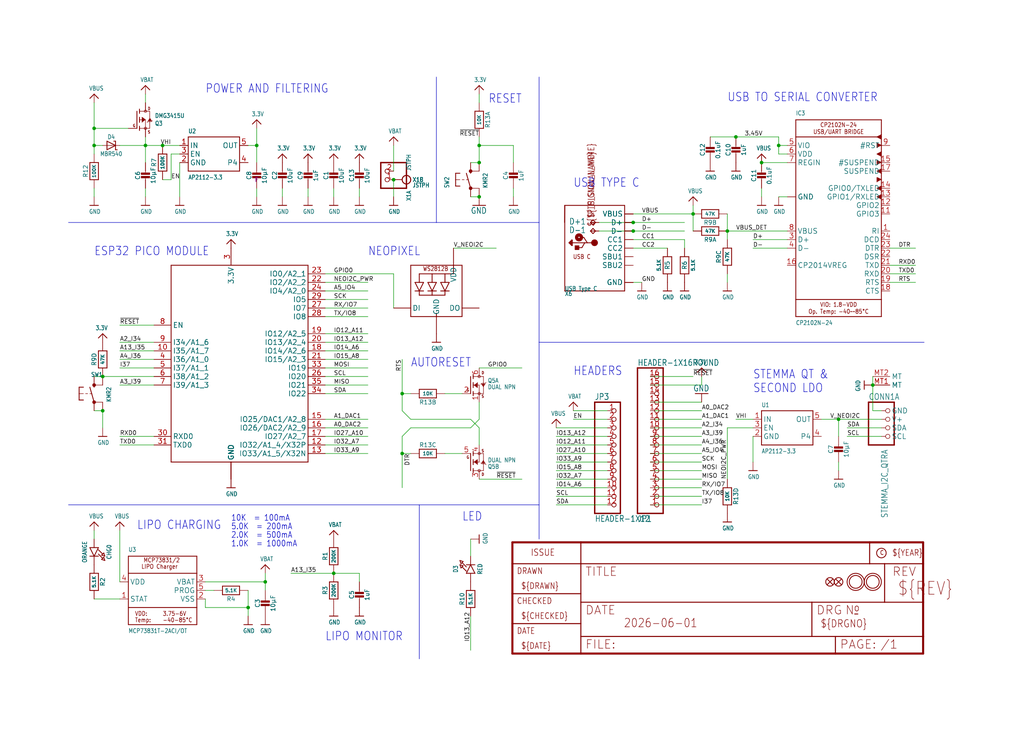
<source format=kicad_sch>
(kicad_sch (version 20250114) (generator "eeschema") (generator_version "9.0")
  (paper "User" 303.962 217.322)
  (text "5.0K  = 200mA" (at 68.58 157.48 0) (effects (font (size 1.778 1.5113)) (justify left bottom)))
  (text "HEADERS" (at 170.18 111.76 0) (effects (font (size 2.54 2.159)) (justify left bottom)))
  (text "USB TO SERIAL CONVERTER" (at 215.9 30.48 0) (effects (font (size 2.54 2.159)) (justify left bottom)))
  (text "10K  = 100mA" (at 68.58 154.94 0) (effects (font (size 1.778 1.5113)) (justify left bottom)))
  (text "RESET" (at 154.94 27.94 0) (effects (font (size 2.54 2.159)) (justify right top)))
  (text "AUTORESET" (at 121.92 109.22 0) (effects (font (size 2.54 2.159)) (justify left bottom)))
  (text "LIPO CHARGING" (at 40.64 157.48 0) (effects (font (size 2.54 2.159)) (justify left bottom)))
  (text "LED" (at 137.16 154.94 0) (effects (font (size 2.54 2.159)) (justify left bottom)))
  (text "1.0K  = 1000mA" (at 68.58 162.56 0) (effects (font (size 1.778 1.5113)) (justify left bottom)))
  (text "USB TYPE C" (at 170.18 55.88 0) (effects (font (size 2.54 2.159)) (justify left bottom)))
  (text "NEOPIXEL" (at 109.22 76.2 0) (effects (font (size 2.54 2.159)) (justify left bottom)))
  (text "ESP32 PICO MODULE" (at 27.94 76.2 0) (effects (font (size 2.54 2.159)) (justify left bottom)))
  (text "2.0K  = 500mA" (at 68.58 160.02 0) (effects (font (size 1.778 1.5113)) (justify left bottom)))
  (text "LIPO MONITOR" (at 96.52 190.5 0) (effects (font (size 2.54 2.159)) (justify left bottom)))
  (text "POWER AND FILTERING" (at 60.96 27.94 0) (effects (font (size 2.54 2.159)) (justify left bottom)))
  (text "STEMMA QT &\nSECOND LDO" (at 223.52 116.84 0) (effects (font (size 2.54 2.159)) (justify left bottom)))
  (junction (at 30.48 121.92))
  (junction (at 142.24 48.26))
  (junction (at 30.48 111.76))
  (junction (at 27.94 43.18))
  (junction (at 27.94 38.1))
  (junction (at 142.24 58.42))
  (junction (at 119.38 116.84))
  (junction (at 226.06 48.26))
  (junction (at 48.26 43.18))
  (junction (at 248.92 124.46))
  (junction (at 215.9 68.58))
  (junction (at 116.84 53.34))
  (junction (at 78.74 172.72))
  (junction (at 218.44 40.64))
  (junction (at 99.06 170.18))
  (junction (at 73.66 180.34))
  (junction (at 119.38 134.62))
  (junction (at 142.24 43.18))
  (junction (at 187.96 68.58))
  (junction (at 205.74 63.5))
  (junction (at 231.14 43.18))
  (junction (at 187.96 66.04))
  (junction (at 76.2 43.18))
  (junction (at 43.18 43.18))
  (junction (at 259.08 114.3))
  (wire (pts (xy 180.34 127) (xy 165.1 127)) (stroke (width 0.1524)))
  (wire (pts (xy 96.52 99.06) (xy 109.22 99.06)) (stroke (width 0.1524)))
  (wire (pts (xy 99.06 170.18) (xy 106.68 170.18)) (stroke (width 0.1524)))
  (wire (pts (xy 190.5 83.82) (xy 187.96 83.82)) (stroke (width 0.1524)))
  (wire (pts (xy 109.22 93.98) (xy 96.52 93.98)) (stroke (width 0.1524)))
  (wire (pts (xy 60.96 180.34) (xy 73.66 180.34)) (stroke (width 0.1524)))
  (wire (pts (xy 208.28 114.3) (xy 193.04 114.3)) (stroke (width 0.1524)))
  (wire (pts (xy 96.52 114.3) (xy 109.22 114.3)) (stroke (width 0.1524)))
  (wire (pts (xy 91.44 58.42) (xy 91.44 55.88)) (stroke (width 0.1524)))
  (polyline (pts (xy 124.46 149.86) (xy 20.32 149.86)) (stroke (width 0.1524) (type solid)))
  (wire (pts (xy 208.28 111.76) (xy 208.28 114.3)) (stroke (width 0.1524)))
  (wire (pts (xy 261.62 127) (xy 251.46 127)) (stroke (width 0.1524)))
  (wire (pts (xy 96.52 127) (xy 109.22 127)) (stroke (width 0.1524)))
  (wire (pts (xy 223.52 127) (xy 215.9 127)) (stroke (width 0.1524)))
  (polyline (pts (xy 20.32 66.04) (xy 129.54 66.04)) (stroke (width 0.1524) (type solid)))
  (wire (pts (xy 119.38 129.54) (xy 119.38 134.62)) (stroke (width 0.1524)))
  (wire (pts (xy 193.04 127) (xy 208.28 127)) (stroke (width 0.1524)))
  (wire (pts (xy 96.52 134.62) (xy 109.22 134.62)) (stroke (width 0.1524)))
  (wire (pts (xy 233.68 68.58) (xy 215.9 68.58)) (stroke (width 0.1524)))
  (wire (pts (xy 73.66 180.34) (xy 73.66 182.88)) (stroke (width 0.1524)))
  (wire (pts (xy 76.2 55.88) (xy 76.2 58.42)) (stroke (width 0.1524)))
  (wire (pts (xy 142.24 124.46) (xy 139.7 127)) (stroke (width 0.1524)))
  (wire (pts (xy 35.56 114.3) (xy 45.72 114.3)) (stroke (width 0.1524)))
  (wire (pts (xy 76.2 43.18) (xy 76.2 38.1)) (stroke (width 0.1524)))
  (wire (pts (xy 165.1 137.16) (xy 180.34 137.16)) (stroke (width 0.1524)))
  (wire (pts (xy 193.04 124.46) (xy 208.28 124.46)) (stroke (width 0.1524)))
  (polyline (pts (xy 274.32 101.6) (xy 160.02 101.6)) (stroke (width 0.1524) (type solid)))
  (wire (pts (xy 218.44 40.64) (xy 231.14 40.64)) (stroke (width 0.1524)))
  (wire (pts (xy 142.24 127) (xy 139.7 124.46)) (stroke (width 0.1524)))
  (wire (pts (xy 116.84 43.18) (xy 116.84 50.8)) (stroke (width 0.1524)))
  (wire (pts (xy 38.1 38.1) (xy 27.94 38.1)) (stroke (width 0.1524)))
  (wire (pts (xy 96.52 106.68) (xy 109.22 106.68)) (stroke (width 0.1524)))
  (wire (pts (xy 137.16 134.62) (xy 132.08 134.62)) (stroke (width 0.1524)))
  (wire (pts (xy 187.96 68.58) (xy 177.8 68.58)) (stroke (width 0.1524)))
  (wire (pts (xy 233.68 58.42) (xy 231.14 58.42)) (stroke (width 0.1524)))
  (wire (pts (xy 259.08 121.92) (xy 259.08 114.3)) (stroke (width 0.1524)))
  (wire (pts (xy 223.52 129.54) (xy 223.52 137.16)) (stroke (width 0.1524)))
  (wire (pts (xy 180.34 144.78) (xy 165.1 144.78)) (stroke (width 0.1524)))
  (wire (pts (xy 142.24 40.64) (xy 142.24 43.18)) (stroke (width 0.1524)))
  (wire (pts (xy 78.74 172.72) (xy 78.74 170.18)) (stroke (width 0.1524)))
  (wire (pts (xy 193.04 132.08) (xy 208.28 132.08)) (stroke (width 0.1524)))
  (polyline (pts (xy 160.02 66.04) (xy 129.54 66.04)) (stroke (width 0.1524) (type solid)))
  (wire (pts (xy 60.96 175.26) (xy 63.5 175.26)) (stroke (width 0.1524)))
  (wire (pts (xy 43.18 43.18) (xy 43.18 48.26)) (stroke (width 0.1524)))
  (wire (pts (xy 106.68 170.18) (xy 106.68 172.72)) (stroke (width 0.1524)))
  (wire (pts (xy 53.34 48.26) (xy 53.34 58.42)) (stroke (width 0.1524)))
  (wire (pts (xy 119.38 134.62) (xy 119.38 144.78)) (stroke (width 0.1524)))
  (wire (pts (xy 96.52 83.82) (xy 109.22 83.82)) (stroke (width 0.1524)))
  (wire (pts (xy 121.92 124.46) (xy 119.38 121.92)) (stroke (width 0.1524)))
  (wire (pts (xy 139.7 165.1) (xy 139.7 160.02)) (stroke (width 0.1524)))
  (wire (pts (xy 96.52 104.14) (xy 109.22 104.14)) (stroke (width 0.1524)))
  (wire (pts (xy 45.72 111.76) (xy 30.48 111.76)) (stroke (width 0.1524)))
  (wire (pts (xy 134.62 73.66) (xy 147.32 73.66)) (stroke (width 0.1524)))
  (wire (pts (xy 142.24 43.18) (xy 142.24 48.26)) (stroke (width 0.1524)))
  (wire (pts (xy 165.1 132.08) (xy 180.34 132.08)) (stroke (width 0.1524)))
  (wire (pts (xy 215.9 63.5) (xy 215.9 68.58)) (stroke (width 0.1524)))
  (wire (pts (xy 53.34 43.18) (xy 48.26 43.18)) (stroke (width 0.1524)))
  (wire (pts (xy 60.96 172.72) (xy 78.74 172.72)) (stroke (width 0.1524)))
  (wire (pts (xy 152.4 48.26) (xy 152.4 43.18)) (stroke (width 0.1524)))
  (wire (pts (xy 139.7 124.46) (xy 121.92 124.46)) (stroke (width 0.1524)))
  (wire (pts (xy 165.1 139.7) (xy 180.34 139.7)) (stroke (width 0.1524)))
  (wire (pts (xy 251.46 129.54) (xy 261.62 129.54)) (stroke (width 0.1524)))
  (wire (pts (xy 78.74 175.26) (xy 78.74 172.72)) (stroke (width 0.1524)))
  (wire (pts (xy 60.96 177.8) (xy 60.96 180.34)) (stroke (width 0.1524)))
  (wire (pts (xy 96.52 81.28) (xy 116.84 81.28)) (stroke (width 0.1524)))
  (wire (pts (xy 132.08 116.84) (xy 137.16 116.84)) (stroke (width 0.1524)))
  (polyline (pts (xy 160.02 160.02) (xy 160.02 149.86)) (stroke (width 0.1524) (type solid)))
  (wire (pts (xy 248.92 137.16) (xy 248.92 139.7)) (stroke (width 0.1524)))
  (polyline (pts (xy 160.02 66.04) (xy 160.02 22.86)) (stroke (width 0.1524) (type solid)))
  (wire (pts (xy 119.38 121.92) (xy 119.38 116.84)) (stroke (width 0.1524)))
  (wire (pts (xy 45.72 109.22) (xy 35.56 109.22)) (stroke (width 0.1524)))
  (polyline (pts (xy 160.02 101.6) (xy 160.02 66.04)) (stroke (width 0.1524) (type solid)))
  (wire (pts (xy 193.04 137.16) (xy 208.28 137.16)) (stroke (width 0.1524)))
  (wire (pts (xy 35.56 43.18) (xy 43.18 43.18)) (stroke (width 0.1524)))
  (wire (pts (xy 203.2 71.12) (xy 203.2 73.66)) (stroke (width 0.1524)))
  (wire (pts (xy 73.66 175.26) (xy 73.66 180.34)) (stroke (width 0.1524)))
  (wire (pts (xy 233.68 48.26) (xy 226.06 48.26)) (stroke (width 0.1524)))
  (wire (pts (xy 35.56 104.14) (xy 45.72 104.14)) (stroke (width 0.1524)))
  (wire (pts (xy 142.24 109.22) (xy 154.94 109.22)) (stroke (width 0.1524)))
  (wire (pts (xy 180.34 134.62) (xy 165.1 134.62)) (stroke (width 0.1524)))
  (wire (pts (xy 106.68 58.42) (xy 106.68 55.88)) (stroke (width 0.1524)))
  (wire (pts (xy 99.06 170.18) (xy 86.36 170.18)) (stroke (width 0.1524)))
  (wire (pts (xy 43.18 27.94) (xy 43.18 30.48)) (stroke (width 0.1524)))
  (wire (pts (xy 96.52 101.6) (xy 109.22 101.6)) (stroke (width 0.1524)))
  (wire (pts (xy 193.04 111.76) (xy 205.74 111.76)) (stroke (width 0.1524)))
  (wire (pts (xy 139.7 58.42) (xy 142.24 58.42)) (stroke (width 0.1524)))
  (wire (pts (xy 170.18 124.46) (xy 180.34 124.46)) (stroke (width 0.1524)))
  (wire (pts (xy 83.82 55.88) (xy 83.82 58.42)) (stroke (width 0.1524)))
  (wire (pts (xy 180.34 129.54) (xy 165.1 129.54)) (stroke (width 0.1524)))
  (polyline (pts (xy 160.02 149.86) (xy 124.46 149.86)) (stroke (width 0.1524) (type solid)))
  (wire (pts (xy 139.7 127) (xy 121.92 127)) (stroke (width 0.1524)))
  (wire (pts (xy 50.8 45.72) (xy 53.34 45.72)) (stroke (width 0.1524)))
  (wire (pts (xy 96.52 86.36) (xy 109.22 86.36)) (stroke (width 0.1524)))
  (wire (pts (xy 165.1 149.86) (xy 180.34 149.86)) (stroke (width 0.1524)))
  (wire (pts (xy 205.74 63.5) (xy 205.74 60.96)) (stroke (width 0.1524)))
  (wire (pts (xy 142.24 132.08) (xy 142.24 127)) (stroke (width 0.1524)))
  (wire (pts (xy 99.06 58.42) (xy 99.06 55.88)) (stroke (width 0.1524)))
  (wire (pts (xy 109.22 109.22) (xy 96.52 109.22)) (stroke (width 0.1524)))
  (wire (pts (xy 27.94 38.1) (xy 27.94 30.48)) (stroke (width 0.1524)))
  (wire (pts (xy 233.68 43.18) (xy 231.14 43.18)) (stroke (width 0.1524)))
  (wire (pts (xy 165.1 142.24) (xy 180.34 142.24)) (stroke (width 0.1524)))
  (wire (pts (xy 259.08 121.92) (xy 261.62 121.92)) (stroke (width 0.1524)))
  (polyline (pts (xy 124.46 149.86) (xy 124.46 195.58)) (stroke (width 0.1524) (type solid)))
  (wire (pts (xy 203.2 68.58) (xy 187.96 68.58)) (stroke (width 0.1524)))
  (wire (pts (xy 27.94 58.42) (xy 27.94 55.88)) (stroke (width 0.1524)))
  (wire (pts (xy 193.04 134.62) (xy 208.28 134.62)) (stroke (width 0.1524)))
  (wire (pts (xy 116.84 91.44) (xy 116.84 81.28)) (stroke (width 0.1524)))
  (wire (pts (xy 223.52 124.46) (xy 218.44 124.46)) (stroke (width 0.1524)))
  (wire (pts (xy 193.04 119.38) (xy 208.28 119.38)) (stroke (width 0.1524)))
  (wire (pts (xy 45.72 106.68) (xy 35.56 106.68)) (stroke (width 0.1524)))
  (wire (pts (xy 205.74 63.5) (xy 187.96 63.5)) (stroke (width 0.1524)))
  (wire (pts (xy 271.78 83.82) (xy 264.16 83.82)) (stroke (width 0.1524)))
  (wire (pts (xy 187.96 73.66) (xy 198.12 73.66)) (stroke (width 0.1524)))
  (wire (pts (xy 142.24 48.26) (xy 139.7 48.26)) (stroke (width 0.1524)))
  (wire (pts (xy 48.26 43.18) (xy 43.18 43.18)) (stroke (width 0.1524)))
  (wire (pts (xy 180.34 147.32) (xy 165.1 147.32)) (stroke (width 0.1524)))
  (wire (pts (xy 96.52 116.84) (xy 109.22 116.84)) (stroke (width 0.1524)))
  (wire (pts (xy 27.94 157.48) (xy 27.94 160.02)) (stroke (width 0.1524)))
  (wire (pts (xy 27.94 177.8) (xy 35.56 177.8)) (stroke (width 0.1524)))
  (wire (pts (xy 96.52 111.76) (xy 109.22 111.76)) (stroke (width 0.1524)))
  (wire (pts (xy 96.52 132.08) (xy 109.22 132.08)) (stroke (width 0.1524)))
  (wire (pts (xy 30.48 111.76) (xy 27.94 111.76)) (stroke (width 0.1524)))
  (wire (pts (xy 96.52 88.9) (xy 109.22 88.9)) (stroke (width 0.1524)))
  (wire (pts (xy 170.18 121.92) (xy 180.34 121.92)) (stroke (width 0.1524)))
  (wire (pts (xy 45.72 96.52) (xy 35.56 96.52)) (stroke (width 0.1524)))
  (wire (pts (xy 215.9 68.58) (xy 215.9 71.12)) (stroke (width 0.1524)))
  (wire (pts (xy 226.06 55.88) (xy 226.06 58.42)) (stroke (width 0.1524)))
  (wire (pts (xy 139.7 182.88) (xy 139.7 193.04)) (stroke (width 0.1524)))
  (wire (pts (xy 205.74 63.5) (xy 205.74 68.58)) (stroke (width 0.1524)))
  (wire (pts (xy 231.14 40.64) (xy 231.14 43.18)) (stroke (width 0.1524)))
  (wire (pts (xy 208.28 147.32) (xy 193.04 147.32)) (stroke (width 0.1524)))
  (wire (pts (xy 231.14 43.18) (xy 231.14 45.72)) (stroke (width 0.1524)))
  (wire (pts (xy 264.16 78.74) (xy 271.78 78.74)) (stroke (width 0.1524)))
  (wire (pts (xy 35.56 101.6) (xy 45.72 101.6)) (stroke (width 0.1524)))
  (wire (pts (xy 233.68 45.72) (xy 231.14 45.72)) (stroke (width 0.1524)))
  (wire (pts (xy 208.28 129.54) (xy 193.04 129.54)) (stroke (width 0.1524)))
  (wire (pts (xy 193.04 121.92) (xy 208.28 121.92)) (stroke (width 0.1524)))
  (wire (pts (xy 193.04 139.7) (xy 208.28 139.7)) (stroke (width 0.1524)))
  (wire (pts (xy 187.96 71.12) (xy 203.2 71.12)) (stroke (width 0.1524)))
  (wire (pts (xy 223.52 73.66) (xy 233.68 73.66)) (stroke (width 0.1524)))
  (wire (pts (xy 218.44 40.64) (xy 210.82 40.64)) (stroke (width 0.1524)))
  (wire (pts (xy 96.52 124.46) (xy 109.22 124.46)) (stroke (width 0.1524)))
  (wire (pts (xy 142.24 43.18) (xy 152.4 43.18)) (stroke (width 0.1524)))
  (polyline (pts (xy 160.02 149.86) (xy 160.02 101.6)) (stroke (width 0.1524) (type solid)))
  (wire (pts (xy 76.2 48.26) (xy 76.2 43.18)) (stroke (width 0.1524)))
  (wire (pts (xy 152.4 58.42) (xy 152.4 55.88)) (stroke (width 0.1524)))
  (wire (pts (xy 248.92 129.54) (xy 248.92 124.46)) (stroke (width 0.1524)))
  (wire (pts (xy 261.62 124.46) (xy 248.92 124.46)) (stroke (width 0.1524)))
  (wire (pts (xy 142.24 119.38) (xy 142.24 124.46)) (stroke (width 0.1524)))
  (wire (pts (xy 259.08 114.3) (xy 259.08 111.76)) (stroke (width 0.1524)))
  (wire (pts (xy 35.56 132.08) (xy 45.72 132.08)) (stroke (width 0.1524)))
  (wire (pts (xy 96.52 129.54) (xy 109.22 129.54)) (stroke (width 0.1524)))
  (wire (pts (xy 121.92 127) (xy 119.38 129.54)) (stroke (width 0.1524)))
  (wire (pts (xy 271.78 81.28) (xy 264.16 81.28)) (stroke (width 0.1524)))
  (wire (pts (xy 193.04 149.86) (xy 208.28 149.86)) (stroke (width 0.1524)))
  (wire (pts (xy 223.52 71.12) (xy 233.68 71.12)) (stroke (width 0.1524)))
  (wire (pts (xy 264.16 73.66) (xy 271.78 73.66)) (stroke (width 0.1524)))
  (wire (pts (xy 116.84 58.42) (xy 116.84 53.34)) (stroke (width 0.1524)))
  (wire (pts (xy 193.04 144.78) (xy 208.28 144.78)) (stroke (width 0.1524)))
  (wire (pts (xy 27.94 43.18) (xy 27.94 38.1)) (stroke (width 0.1524)))
  (polyline (pts (xy 129.54 66.04) (xy 129.54 22.86)) (stroke (width 0.1524) (type solid)))
  (wire (pts (xy 208.28 142.24) (xy 193.04 142.24)) (stroke (width 0.1524)))
  (wire (pts (xy 119.38 134.62) (xy 121.92 134.62)) (stroke (width 0.1524)))
  (wire (pts (xy 215.9 127) (xy 215.9 142.24)) (stroke (width 0.1524)))
  (wire (pts (xy 142.24 27.94) (xy 142.24 30.48)) (stroke (width 0.1524)))
  (wire (pts (xy 119.38 116.84) (xy 121.92 116.84)) (stroke (width 0.1524)))
  (wire (pts (xy 43.18 55.88) (xy 43.18 58.42)) (stroke (width 0.1524)))
  (wire (pts (xy 73.66 43.18) (xy 76.2 43.18)) (stroke (width 0.1524)))
  (wire (pts (xy 35.56 172.72) (xy 35.56 157.48)) (stroke (width 0.1524)))
  (wire (pts (xy 187.96 66.04) (xy 177.8 66.04)) (stroke (width 0.1524)))
  (wire (pts (xy 30.48 121.92) (xy 30.48 127)) (stroke (width 0.1524)))
  (wire (pts (xy 203.2 66.04) (xy 187.96 66.04)) (stroke (width 0.1524)))
  (wire (pts (xy 96.52 91.44) (xy 109.22 91.44)) (stroke (width 0.1524)))
  (wire (pts (xy 215.9 83.82) (xy 215.9 81.28)) (stroke (width 0.1524)))
  (wire (pts (xy 154.94 142.24) (xy 142.24 142.24)) (stroke (width 0.1524)))
  (wire (pts (xy 50.8 53.34) (xy 50.8 45.72)) (stroke (width 0.1524)))
  (wire (pts (xy 243.84 124.46) (xy 248.92 124.46)) (stroke (width 0.1524)))
  (wire (pts (xy 45.72 129.54) (xy 35.56 129.54)) (stroke (width 0.1524)))
  (wire (pts (xy 48.26 53.34) (xy 50.8 53.34)) (stroke (width 0.1524)))
  (wire (pts (xy 30.48 43.18) (xy 27.94 43.18)) (stroke (width 0.1524)))
  (wire (pts (xy 119.38 106.68) (xy 119.38 116.84)) (stroke (width 0.1524)))
  (wire (pts (xy 43.18 40.64) (xy 43.18 43.18)) (stroke (width 0.1524)))
  (wire (pts (xy 27.94 121.92) (xy 30.48 121.92)) (stroke (width 0.1524)))
  (wire (pts (xy 27.94 45.72) (xy 27.94 43.18)) (stroke (width 0.1524)))
  (label "~{RESET}" (at 205.74 111.76 0) (effects (font (size 1.2446 1.2446))))
  (label "A4_I36" (at 35.56 106.68 0) (effects (font (size 1.2446 1.2446))))
  (label "RTS" (at 119.38 106.68 270) (effects (font (size 1.2446 1.2446))))
  (label "DTR" (at 121.92 134.62 270) (effects (font (size 1.2446 1.2446))))
  (label "A1_DAC1" (at 99.06 124.46 0) (effects (font (size 1.2446 1.2446))))
  (label "RXD0" (at 266.7 78.74 0) (effects (font (size 1.2446 1.2446))))
  (label "IO12_A11" (at 99.06 99.06 0) (effects (font (size 1.2446 1.2446))))
  (label "DTR" (at 266.7 73.66 0) (effects (font (size 1.2446 1.2446))))
  (label "EN" (at 50.8 53.34 0) (effects (font (size 1.2446 1.2446))))
  (label "MISO" (at 208.28 142.24 0) (effects (font (size 1.2446 1.2446))))
  (label "IO27_A10" (at 165.1 134.62 0) (effects (font (size 1.2446 1.2446))))
  (label "EN" (at 170.18 124.46 0) (effects (font (size 1.2446 1.2446))))
  (label "A13_I35" (at 35.56 104.14 0) (effects (font (size 1.2446 1.2446))))
  (label "A4_I36" (at 208.28 132.08 0) (effects (font (size 1.2446 1.2446))))
  (label "MOSI" (at 208.28 139.7 0) (effects (font (size 1.2446 1.2446))))
  (label "SDA" (at 251.46 127 0) (effects (font (size 1.2446 1.2446))))
  (label "IO33_A9" (at 165.1 137.16 0) (effects (font (size 1.2446 1.2446))))
  (label "A5_IO4" (at 208.28 134.62 0) (effects (font (size 1.2446 1.2446))))
  (label "CC1" (at 190.5 71.12 0) (effects (font (size 1.2446 1.2446))))
  (label "CC2" (at 190.5 73.66 0) (effects (font (size 1.2446 1.2446))))
  (label "V_NEOI2C" (at 246.38 124.46 0) (effects (font (size 1.2446 1.2446))))
  (label "SCK" (at 99.06 88.9 0) (effects (font (size 1.2446 1.2446))))
  (label "GPIO0" (at 144.78 109.22 0) (effects (font (size 1.2446 1.2446))))
  (label "VHI" (at 218.44 124.46 0) (effects (font (size 1.2446 1.2446))))
  (label "A13_I35" (at 86.36 170.18 0) (effects (font (size 1.2446 1.2446))))
  (label "NEOI2C_PWR" (at 215.9 142.24 90) (effects (font (size 1.2446 1.2446))))
  (label "IO12_A11" (at 165.1 132.08 0) (effects (font (size 1.2446 1.2446))))
  (label "NEOI2C_PWR" (at 99.06 83.82 0) (effects (font (size 1.2446 1.2446))))
  (label "RTS" (at 266.7 83.82 0) (effects (font (size 1.2446 1.2446))))
  (label "IO13_A12" (at 99.06 101.6 0) (effects (font (size 1.2446 1.2446))))
  (label "VBUS" (at 190.5 63.5 0) (effects (font (size 1.2446 1.2446))))
  (label "~{RESET}" (at 147.32 142.24 0) (effects (font (size 1.2446 1.2446))))
  (label "MISO" (at 99.06 114.3 0) (effects (font (size 1.2446 1.2446))))
  (label "A5_IO4" (at 99.06 86.36 0) (effects (font (size 1.2446 1.2446))))
  (label "MOSI" (at 99.06 109.22 0) (effects (font (size 1.2446 1.2446))))
  (label "SDA" (at 99.06 116.84 0) (effects (font (size 1.2446 1.2446))))
  (label "TXD0" (at 35.56 132.08 0) (effects (font (size 1.2446 1.2446))))
  (label "SDA" (at 165.1 149.86 0) (effects (font (size 1.2446 1.2446))))
  (label "SCL" (at 99.06 111.76 0) (effects (font (size 1.2446 1.2446))))
  (label "GPIO0" (at 99.06 81.28 0) (effects (font (size 1.2446 1.2446))))
  (label "D-" (at 223.52 73.66 0) (effects (font (size 1.2446 1.2446))))
  (label "IO14_A6" (at 99.06 104.14 0) (effects (font (size 1.2446 1.2446))))
  (label "VHI" (at 50.8 43.18 180) (effects (font (size 1.2446 1.2446))))
  (label "IO15_A8" (at 99.06 106.68 0) (effects (font (size 1.2446 1.2446))))
  (label "TX/IO8" (at 208.28 147.32 0) (effects (font (size 1.2446 1.2446))))
  (label "3.45V" (at 220.98 40.64 0) (effects (font (size 1.2446 1.2446))))
  (label "~{RESET}" (at 35.56 96.52 0) (effects (font (size 1.2446 1.2446))))
  (label "SCK" (at 208.28 137.16 0) (effects (font (size 1.2446 1.2446))))
  (label "RX/IO7" (at 99.06 91.44 0) (effects (font (size 1.2446 1.2446))))
  (label "I37" (at 208.28 149.86 0) (effects (font (size 1.2446 1.2446))))
  (label "VBUS_DET" (at 218.44 68.58 0) (effects (font (size 1.2446 1.2446))))
  (label "~{RESET}" (at 142.24 40.64 180) (effects (font (size 1.2446 1.2446))))
  (label "A1_DAC1" (at 208.28 124.46 0) (effects (font (size 1.2446 1.2446))))
  (label "IO15_A8" (at 165.1 139.7 0) (effects (font (size 1.2446 1.2446))))
  (label "A3_I39" (at 208.28 129.54 0) (effects (font (size 1.2446 1.2446))))
  (label "V_NEOI2C" (at 134.62 73.66 0) (effects (font (size 1.2446 1.2446))))
  (label "A3_I39" (at 35.56 114.3 0) (effects (font (size 1.2446 1.2446))))
  (label "IO13_A12" (at 165.1 129.54 0) (effects (font (size 1.2446 1.2446))))
  (label "D+" (at 190.5 66.04 0) (effects (font (size 1.2446 1.2446))))
  (label "IO32_A7" (at 165.1 142.24 0) (effects (font (size 1.2446 1.2446))))
  (label "SCL" (at 165.1 147.32 0) (effects (font (size 1.2446 1.2446))))
  (label "A2_I34" (at 208.28 127 0) (effects (font (size 1.2446 1.2446))))
  (label "A0_DAC2" (at 99.06 127 0) (effects (font (size 1.2446 1.2446))))
  (label "D+" (at 223.52 71.12 0) (effects (font (size 1.2446 1.2446))))
  (label "IO33_A9" (at 99.06 134.62 0) (effects (font (size 1.2446 1.2446))))
  (label "SCL" (at 251.46 129.54 0) (effects (font (size 1.2446 1.2446))))
  (label "A2_I34" (at 35.56 101.6 0) (effects (font (size 1.2446 1.2446))))
  (label "TXD0" (at 266.7 81.28 0) (effects (font (size 1.2446 1.2446))))
  (label "A0_DAC2" (at 208.28 121.92 0) (effects (font (size 1.2446 1.2446))))
  (label "D-" (at 190.5 68.58 0) (effects (font (size 1.2446 1.2446))))
  (label "TX/IO8" (at 99.06 93.98 0) (effects (font (size 1.2446 1.2446))))
  (label "IO32_A7" (at 99.06 132.08 0) (effects (font (size 1.2446 1.2446))))
  (label "IO14_A6" (at 165.1 144.78 0) (effects (font (size 1.2446 1.2446))))
  (label "GND" (at 190.5 83.82 0) (effects (font (size 1.2446 1.2446))))
  (label "IO27_A10" (at 99.06 129.54 0) (effects (font (size 1.2446 1.2446))))
  (label "IO13_A12" (at 139.7 190.5 90) (effects (font (size 1.2446 1.2446))))
  (label "I37" (at 35.56 109.22 0) (effects (font (size 1.2446 1.2446))))
  (label "RX/IO7" (at 208.28 144.78 0) (effects (font (size 1.2446 1.2446))))
  (label "RXD0" (at 35.56 129.54 0) (effects (font (size 1.2446 1.2446))))
  (symbol (lib_id "Adafruit ESP32 Feather V2-eagle-import:VBAT") (at 170.18 119.38 0) (unit 1)
    (property "Reference" "#U$20" (effects (hide yes)))
    (property "Value" "VBAT" (at 168.656 118.364 0) (effects (font (size 1.27 1.0795)) (justify left bottom)))
  )
  (symbol (lib_id "Adafruit ESP32 Feather V2-eagle-import:MOUNTINGHOLE2.5") (at 254 172.72 0) (unit 1)
    (property "Reference" "U$31" (effects (hide yes)))
    (property "Value" "MOUNTINGHOLE2.5" (effects (hide yes)))
    (property "Footprint" "Adafruit ESP32 Feather V2:MOUNTINGHOLE_2.5_PLATED" (effects (hide yes)))
  )
  (symbol (lib_id "Adafruit ESP32 Feather V2-eagle-import:FRAME_A4") (at 152.4 195.58 0) (unit 2)
    (property "Reference" "#FRAME1" (effects (hide yes)))
    (property "Value" "FRAME_A4" (effects (hide yes)))
  )
  (symbol (lib_id "Adafruit ESP32 Feather V2-eagle-import:3.3V") (at 30.48 99.06 0) (mirror y) (unit 1)
    (property "Reference" "#U$51" (effects (hide yes)))
    (property "Value" "3.3V" (at 32.004 98.044 0) (effects (font (size 1.27 1.0795)) (justify left bottom)))
  )
  (symbol (lib_id "Adafruit ESP32 Feather V2-eagle-import:GND") (at 91.44 60.96 0) (unit 1)
    (property "Reference" "#U$47" (effects (hide yes)))
    (property "Value" "GND" (at 89.916 63.5 0) (effects (font (size 1.27 1.0795)) (justify left bottom)))
  )
  (symbol (lib_id "Adafruit ESP32 Feather V2-eagle-import:STEMMA_I2C_QTRA") (at 259.08 111.76 0) (unit 3)
    (property "Reference" "CONN1" (effects (hide yes)))
    (property "Value" "STEMMA_I2C_QTRA" (effects (hide yes)))
    (property "Footprint" "Adafruit ESP32 Feather V2:JST_SH4_RA" (effects (hide yes)))
  )
  (symbol (lib_id "Adafruit ESP32 Feather V2-eagle-import:GND") (at 78.74 185.42 0) (unit 1)
    (property "Reference" "#U$33" (effects (hide yes)))
    (property "Value" "GND" (at 77.216 187.96 0) (effects (font (size 1.27 1.0795)) (justify left bottom)))
  )
  (symbol (lib_id "Adafruit ESP32 Feather V2-eagle-import:GND") (at 142.24 160.02 90) (unit 1)
    (property "Reference" "#U$8" (effects (hide yes)))
    (property "Value" "GND" (at 144.78 161.544 0) (effects (font (size 1.27 1.0795)) (justify left bottom)))
  )
  (symbol (lib_id "Adafruit ESP32 Feather V2-eagle-import:3.3V") (at 76.2 35.56 0) (unit 1)
    (property "Reference" "#U$10" (effects (hide yes)))
    (property "Value" "3.3V" (at 74.676 34.544 0) (effects (font (size 1.27 1.0795)) (justify left bottom)))
  )
  (symbol (lib_id "Adafruit ESP32 Feather V2-eagle-import:LED0603_NOOUTLINE") (at 139.7 167.64 90) (unit 1)
    (property "Reference" "D3" (at 135.255 168.91 0) (effects (font (size 1.27 1.0795))))
    (property "Value" "RED" (at 142.494 168.91 0) (effects (font (size 1.27 1.0795))))
    (property "Footprint" "Adafruit ESP32 Feather V2:CHIPLED_0603_NOOUTLINE" (effects (hide yes)))
  )
  (symbol (lib_id "Adafruit ESP32 Feather V2-eagle-import:VBUS") (at 27.94 154.94 0) (unit 1)
    (property "Reference" "#U$38" (effects (hide yes)))
    (property "Value" "VBUS" (at 26.416 153.924 0) (effects (font (size 1.27 1.0795)) (justify left bottom)))
  )
  (symbol (lib_id "Adafruit ESP32 Feather V2-eagle-import:FIDUCIAL_1MM") (at 248.92 172.72 0) (unit 1)
    (property "Reference" "U$34" (effects (hide yes)))
    (property "Value" "FIDUCIAL_1MM" (effects (hide yes)))
    (property "Footprint" "Adafruit ESP32 Feather V2:FIDUCIAL_1MM" (effects (hide yes)))
  )
  (symbol (lib_id "Adafruit ESP32 Feather V2-eagle-import:RESISTOR_0603_NOOUT") (at 99.06 175.26 90) (unit 1)
    (property "Reference" "R3" (at 96.52 175.26 0))
    (property "Value" "200K" (at 99.06 175.26 0) (effects (font (size 1.016 1.016) (thickness 0.2032) (bold yes))))
    (property "Footprint" "Adafruit ESP32 Feather V2:0603-NO" (effects (hide yes)))
  )
  (symbol (lib_id "Adafruit ESP32 Feather V2-eagle-import:CAP_CERAMIC0805-NOOUTLINE") (at 76.2 53.34 0) (unit 1)
    (property "Reference" "C8" (at 73.91 52.09 90))
    (property "Value" "10µF" (at 78.5 52.09 90))
    (property "Footprint" "Adafruit ESP32 Feather V2:0805-NO" (effects (hide yes)))
    (property "REV" "F" (at 76.2 53.34 0))
  )
  (symbol (lib_id "Adafruit ESP32 Feather V2-eagle-import:GND") (at 226.06 60.96 0) (unit 1)
    (property "Reference" "#U$58" (effects (hide yes)))
    (property "Value" "GND" (at 224.536 63.5 0) (effects (font (size 1.27 1.0795)) (justify left bottom)))
  )
  (symbol (lib_id "Adafruit ESP32 Feather V2-eagle-import:CAP_CERAMIC0603_NO") (at 106.68 177.8 0) (unit 1)
    (property "Reference" "C5" (at 104.39 176.55 90))
    (property "Value" "1uF" (at 108.98 176.55 90))
    (property "Footprint" "Adafruit ESP32 Feather V2:0603-NO" (effects (hide yes)))
  )
  (symbol (lib_id "Adafruit ESP32 Feather V2-eagle-import:GND") (at 116.84 60.96 0) (unit 1)
    (property "Reference" "#U$22" (effects (hide yes)))
    (property "Value" "GND" (at 115.316 63.5 0) (effects (font (size 1.27 1.0795)) (justify left bottom)))
  )
  (symbol (lib_id "Adafruit ESP32 Feather V2-eagle-import:GND") (at 99.06 182.88 0) (unit 1)
    (property "Reference" "#U$41" (effects (hide yes)))
    (property "Value" "GND" (at 97.536 185.42 0) (effects (font (size 1.27 1.0795)) (justify left bottom)))
  )
  (symbol (lib_id "Adafruit ESP32 Feather V2-eagle-import:CAP_CERAMIC0603_NO") (at 91.44 53.34 0) (unit 1)
    (property "Reference" "C9" (at 89.15 52.09 90))
    (property "Value" "1uF" (at 93.74 52.09 90))
    (property "Footprint" "Adafruit ESP32 Feather V2:0603-NO" (effects (hide yes)))
  )
  (symbol (lib_id "Adafruit ESP32 Feather V2-eagle-import:CAP_CERAMIC0603_NO") (at 210.82 45.72 0) (unit 1)
    (property "Reference" "C12" (at 208.53 44.47 90))
    (property "Value" "0.1uF" (at 213.12 44.47 90))
    (property "Footprint" "Adafruit ESP32 Feather V2:0603-NO" (effects (hide yes)))
  )
  (symbol (lib_id "Adafruit ESP32 Feather V2-eagle-import:GND") (at 30.48 129.54 0) (unit 1)
    (property "Reference" "#U$23" (effects (hide yes)))
    (property "Value" "GND" (at 28.956 132.08 0) (effects (font (size 1.27 1.0795)) (justify left bottom)))
  )
  (symbol (lib_id "Adafruit ESP32 Feather V2-eagle-import:GND") (at 190.5 86.36 0) (unit 1)
    (property "Reference" "#U$50" (effects (hide yes)))
    (property "Value" "GND" (at 188.976 88.9 0) (effects (font (size 1.27 1.0795)) (justify left bottom)))
  )
  (symbol (lib_id "Adafruit ESP32 Feather V2-eagle-import:VREG_SOT23-5") (at 233.68 127 0) (unit 1)
    (property "Reference" "U1" (at 226.06 120.904 0) (effects (font (size 1.27 1.0795)) (justify left bottom)))
    (property "Value" "AP2112-3.3" (at 226.06 134.62 0) (effects (font (size 1.27 1.0795)) (justify left bottom)))
    (property "Footprint" "Adafruit ESP32 Feather V2:SOT23-5" (effects (hide yes)))
  )
  (symbol (lib_id "Adafruit ESP32 Feather V2-eagle-import:RESISTOR_4PACK") (at 127 134.62 0) (unit 3)
    (property "Reference" "R13" (at 127 132.08 0))
    (property "Value" "10K" (at 127 134.62 0) (effects (font (size 1.016 1.016) (thickness 0.2032) (bold yes))))
    (property "Footprint" "Adafruit ESP32 Feather V2:RESPACK_4X0603" (effects (hide yes)))
  )
  (symbol (lib_id "Adafruit ESP32 Feather V2-eagle-import:RESISTOR_4PACK") (at 215.9 147.32 270) (unit 4)
    (property "Reference" "R13" (at 218.44 147.32 0))
    (property "Value" "10K" (at 215.9 147.32 0) (effects (font (size 1.016 1.016) (thickness 0.2032) (bold yes))))
    (property "Footprint" "Adafruit ESP32 Feather V2:RESPACK_4X0603" (effects (hide yes)))
  )
  (symbol (lib_id "Adafruit ESP32 Feather V2-eagle-import:CON_JST_PH_2PIN_MT_BATT") (at 116.84 53.34 270) (unit 2)
    (property "Reference" "X1" (at 122.428 53.34 90) (effects (font (size 1.27 1.0795)) (justify left)))
    (property "Value" "JSTPH" (at 122.428 54.991 90) (effects (font (size 1.27 1.0795)) (justify left)))
    (property "Footprint" "Adafruit ESP32 Feather V2:JSTPH2_BATT" (effects (hide yes)))
  )
  (symbol (lib_id "Adafruit ESP32 Feather V2-eagle-import:3.3V") (at 106.68 45.72 0) (unit 1)
    (property "Reference" "#U$52" (effects (hide yes)))
    (property "Value" "3.3V" (at 105.156 44.704 0) (effects (font (size 1.27 1.0795)) (justify left bottom)))
  )
  (symbol (lib_id "Adafruit ESP32 Feather V2-eagle-import:RESISTOR_0603_NOOUT") (at 99.06 165.1 90) (unit 1)
    (property "Reference" "R1" (at 96.52 165.1 0))
    (property "Value" "200K" (at 99.06 165.1 0) (effects (font (size 1.016 1.016) (thickness 0.2032) (bold yes))))
    (property "Footprint" "Adafruit ESP32 Feather V2:0603-NO" (effects (hide yes)))
  )
  (symbol (lib_id "Adafruit ESP32 Feather V2-eagle-import:RESISTOR_0603_NOOUT") (at 139.7 177.8 90) (unit 1)
    (property "Reference" "R10" (at 137.16 177.8 0))
    (property "Value" "5.1K" (at 139.7 177.8 0) (effects (font (size 1.016 1.016) (thickness 0.2032) (bold yes))))
    (property "Footprint" "Adafruit ESP32 Feather V2:0603-NO" (effects (hide yes)))
  )
  (symbol (lib_id "Adafruit ESP32 Feather V2-eagle-import:VBUS") (at 35.56 154.94 0) (unit 1)
    (property "Reference" "#U$57" (effects (hide yes)))
    (property "Value" "VBUS" (at 34.036 153.924 0) (effects (font (size 1.27 1.0795)) (justify left bottom)))
  )
  (symbol (lib_id "Adafruit ESP32 Feather V2-eagle-import:CAP_CERAMIC0805-NOOUTLINE") (at 248.92 134.62 0) (unit 1)
    (property "Reference" "C7" (at 246.63 133.37 90))
    (property "Value" "10µF" (at 251.22 133.37 90))
    (property "Footprint" "Adafruit ESP32 Feather V2:0805-NO" (effects (hide yes)))
  )
  (symbol (lib_id "Adafruit ESP32 Feather V2-eagle-import:VBUS") (at 27.94 27.94 0) (unit 1)
    (property "Reference" "#U$3" (effects (hide yes)))
    (property "Value" "VBUS" (at 26.416 26.924 0) (effects (font (size 1.27 1.0795)) (justify left bottom)))
  )
  (symbol (lib_id "Adafruit ESP32 Feather V2-eagle-import:GND") (at 248.92 142.24 0) (unit 1)
    (property "Reference" "#U$1" (effects (hide yes)))
    (property "Value" "GND" (at 247.396 144.78 0) (effects (font (size 1.27 1.0795)) (justify left bottom)))
  )
  (symbol (lib_id "Adafruit ESP32 Feather V2-eagle-import:supply1_371_GND") (at 142.24 60.96 0) (unit 1)
    (property "Reference" "#GND6" (effects (hide yes)))
    (property "Value" "GND" (at 139.7 63.5 0) (effects (font (size 1.778 1.5113)) (justify left bottom)))
  )
  (symbol (lib_id "Adafruit ESP32 Feather V2-eagle-import:RESISTOR_4PACK") (at 30.48 106.68 90) (unit 4)
    (property "Reference" "R9" (at 27.94 106.68 0))
    (property "Value" "47K" (at 30.48 106.68 0) (effects (font (size 1.016 1.016) (thickness 0.2032) (bold yes))))
    (property "Footprint" "Adafruit ESP32 Feather V2:RESPACK_4X0603" (effects (hide yes)))
  )
  (symbol (lib_id "Adafruit ESP32 Feather V2-eagle-import:VBAT") (at 78.74 167.64 0) (unit 1)
    (property "Reference" "#U$39" (effects (hide yes)))
    (property "Value" "VBAT" (at 77.216 166.624 0) (effects (font (size 1.27 1.0795)) (justify left bottom)))
  )
  (symbol (lib_id "Adafruit ESP32 Feather V2-eagle-import:GND") (at 76.2 60.96 0) (unit 1)
    (property "Reference" "#U$29" (effects (hide yes)))
    (property "Value" "GND" (at 74.676 63.5 0) (effects (font (size 1.27 1.0795)) (justify left bottom)))
  )
  (symbol (lib_id "Adafruit ESP32 Feather V2-eagle-import:RESISTOR_0603_NOOUT") (at 68.58 175.26 180) (unit 1)
    (property "Reference" "R4" (at 68.58 177.8 0))
    (property "Value" "5.1K" (at 68.58 175.26 0) (effects (font (size 1.016 1.016) (thickness 0.2032) (bold yes))))
    (property "Footprint" "Adafruit ESP32 Feather V2:0603-NO" (effects (hide yes)))
  )
  (symbol (lib_id "Adafruit ESP32 Feather V2-eagle-import:USB_C") (at 177.8 73.66 0) (unit 1)
    (property "Reference" "X6" (at 167.64 87.884 0) (effects (font (size 1.27 1.0795)) (justify left bottom)))
    (property "Value" "USB Type C" (at 167.64 86.36 0) (effects (font (size 1.27 1.0795)) (justify left bottom)))
    (property "Footprint" "Adafruit ESP32 Feather V2:USB_C_CUSB31-CFM2AX-01-X" (effects (hide yes)))
  )
  (symbol (lib_id "Adafruit ESP32 Feather V2-eagle-import:GND") (at 83.82 60.96 0) (unit 1)
    (property "Reference" "#U$17" (effects (hide yes)))
    (property "Value" "GND" (at 82.296 63.5 0) (effects (font (size 1.27 1.0795)) (justify left bottom)))
  )
  (symbol (lib_id "Adafruit ESP32 Feather V2-eagle-import:RESISTOR_4PACK") (at 142.24 35.56 270) (unit 1)
    (property "Reference" "R13" (at 144.78 35.56 0))
    (property "Value" "10K" (at 142.24 35.56 0) (effects (font (size 1.016 1.016) (thickness 0.2032) (bold yes))))
    (property "Footprint" "Adafruit ESP32 Feather V2:RESPACK_4X0603" (effects (hide yes)))
  )
  (symbol (lib_id "Adafruit ESP32 Feather V2-eagle-import:DIODE-SCHOTTKYSOD-123") (at 33.02 43.18 0) (unit 1)
    (property "Reference" "D4" (at 33.02 40.64 0) (effects (font (size 1.27 1.0795))))
    (property "Value" "MBR540" (at 33.02 45.68 0) (effects (font (size 1.27 1.0795))))
    (property "Footprint" "Adafruit ESP32 Feather V2:SOD-123" (effects (hide yes)))
  )
  (symbol (lib_id "Adafruit ESP32 Feather V2-eagle-import:3.3V") (at 99.06 45.72 0) (unit 1)
    (property "Reference" "#U$2" (effects (hide yes)))
    (property "Value" "3.3V" (at 97.536 44.704 0) (effects (font (size 1.27 1.0795)) (justify left bottom)))
  )
  (symbol (lib_id "Adafruit ESP32 Feather V2-eagle-import:TPB1,27") (at 175.26 68.58 90) (unit 1)
    (property "Reference" "D-1" (at 173.99 67.31 90) (effects (font (size 1.778 1.5113)) (justify left bottom)))
    (property "Value" "TPB1,27" (effects (hide yes)))
    (property "Footprint" "Adafruit ESP32 Feather V2:B1,27" (effects (hide yes)))
  )
  (symbol (lib_id "Adafruit ESP32 Feather V2-eagle-import:GND") (at 68.58 144.78 0) (unit 1)
    (property "Reference" "#U$45" (effects (hide yes)))
    (property "Value" "GND" (at 67.056 147.32 0) (effects (font (size 1.27 1.0795)) (justify left bottom)))
  )
  (symbol (lib_id "Adafruit ESP32 Feather V2-eagle-import:GND") (at 27.94 60.96 0) (unit 1)
    (property "Reference" "#U$25" (effects (hide yes)))
    (property "Value" "GND" (at 26.416 63.5 0) (effects (font (size 1.27 1.0795)) (justify left bottom)))
  )
  (symbol (lib_id "Adafruit ESP32 Feather V2-eagle-import:SWITCH_TACT_SMT4.6X2.8") (at 27.94 116.84 90) (unit 1)
    (property "Reference" "SW1" (at 30.48 110.49 90) (effects (font (size 1.27 1.0795)) (justify left bottom)))
    (property "Value" "KMR2" (at 33.02 119.38 0) (effects (font (size 1.27 1.0795)) (justify left bottom)))
    (property "Footprint" "Adafruit ESP32 Feather V2:BTN_KMR2_4.6X2.8" (effects (hide yes)))
  )
  (symbol (lib_id "Adafruit ESP32 Feather V2-eagle-import:STEMMA_I2C_QTRA") (at 261.62 127 0) (unit 1)
    (property "Reference" "CONN1" (at 257.81 118.745 0) (effects (font (size 1.778 1.5113)) (justify left bottom)))
    (property "Value" "STEMMA_I2C_QTRA" (at 261.62 133.35 90) (effects (font (size 1.778 1.5113)) (justify right top)))
    (property "Footprint" "Adafruit ESP32 Feather V2:JST_SH4_RA" (effects (hide yes)))
  )
  (symbol (lib_id "Adafruit ESP32 Feather V2-eagle-import:RESISTOR_4PACK") (at 210.82 68.58 180) (unit 1)
    (property "Reference" "R9" (at 210.82 71.12 0))
    (property "Value" "47K" (at 210.82 68.58 0) (effects (font (size 1.016 1.016) (thickness 0.2032) (bold yes))))
    (property "Footprint" "Adafruit ESP32 Feather V2:RESPACK_4X0603" (effects (hide yes)))
  )
  (symbol (lib_id "Adafruit ESP32 Feather V2-eagle-import:MOUNTINGHOLE2.5") (at 259.08 172.72 0) (unit 1)
    (property "Reference" "U$32" (effects (hide yes)))
    (property "Value" "MOUNTINGHOLE2.5" (effects (hide yes)))
    (property "Footprint" "Adafruit ESP32 Feather V2:MOUNTINGHOLE_2.5_PLATED" (effects (hide yes)))
  )
  (symbol (lib_id "Adafruit ESP32 Feather V2-eagle-import:MOSFET-P") (at 43.18 35.56 0) (mirror x) (unit 1)
    (property "Reference" "Q3" (at 45.974 35.941 0) (effects (font (size 1.27 1.0795)) (justify left bottom)))
    (property "Value" "DMG3415U" (at 45.974 33.655 0) (effects (font (size 1.27 1.0795)) (justify left bottom)))
    (property "Footprint" "Adafruit ESP32 Feather V2:SOT23-R" (effects (hide yes)))
  )
  (symbol (lib_id "Adafruit ESP32 Feather V2-eagle-import:GND") (at 198.12 86.36 0) (unit 1)
    (property "Reference" "#U$48" (effects (hide yes)))
    (property "Value" "GND" (at 196.596 88.9 0) (effects (font (size 1.27 1.0795)) (justify left bottom)))
  )
  (symbol (lib_id "Adafruit ESP32 Feather V2-eagle-import:3.3V") (at 68.58 71.12 0) (unit 1)
    (property "Reference" "#U$44" (effects (hide yes)))
    (property "Value" "3.3V" (at 67.056 70.104 0) (effects (font (size 1.27 1.0795)) (justify left bottom)))
  )
  (symbol (lib_id "Adafruit ESP32 Feather V2-eagle-import:RESISTOR_0603_NOOUT") (at 27.94 172.72 270) (unit 1)
    (property "Reference" "R2" (at 30.48 172.72 0))
    (property "Value" "5.1K" (at 27.94 172.72 0) (effects (font (size 1.016 1.016) (thickness 0.2032) (bold yes))))
    (property "Footprint" "Adafruit ESP32 Feather V2:0603-NO" (effects (hide yes)))
  )
  (symbol (lib_id "Adafruit ESP32 Feather V2-eagle-import:RESISTOR_0603_NOOUT") (at 48.26 48.26 90) (unit 1)
    (property "Reference" "R7" (at 45.72 48.26 0))
    (property "Value" "100K" (at 48.26 48.26 0) (effects (font (size 1.016 1.016) (thickness 0.2032) (bold yes))))
    (property "Footprint" "Adafruit ESP32 Feather V2:0603-NO" (effects (hide yes)))
  )
  (symbol (lib_id "Adafruit ESP32 Feather V2-eagle-import:CP2102N-24") (at 248.92 63.5 0) (unit 1)
    (property "Reference" "IC3" (at 236.22 34.29 0) (effects (font (size 1.27 1.0795)) (justify left bottom)))
    (property "Value" "CP2102N-24" (at 236.22 96.52 0) (effects (font (size 1.27 1.0795)) (justify left bottom)))
    (property "Footprint" "Adafruit ESP32 Feather V2:QFN24_4MM_SMSC" (effects (hide yes)))
  )
  (symbol (lib_id "Adafruit ESP32 Feather V2-eagle-import:FIDUCIAL_1MM") (at 246.38 172.72 0) (unit 1)
    (property "Reference" "U$35" (effects (hide yes)))
    (property "Value" "FIDUCIAL_1MM" (effects (hide yes)))
    (property "Footprint" "Adafruit ESP32 Feather V2:FIDUCIAL_1MM" (effects (hide yes)))
  )
  (symbol (lib_id "Adafruit ESP32 Feather V2-eagle-import:3.3V") (at 83.82 45.72 0) (unit 1)
    (property "Reference" "#U$24" (effects (hide yes)))
    (property "Value" "3.3V" (at 82.296 44.704 0) (effects (font (size 1.27 1.0795)) (justify left bottom)))
  )
  (symbol (lib_id "Adafruit ESP32 Feather V2-eagle-import:GND") (at 210.82 50.8 0) (unit 1)
    (property "Reference" "#U$59" (effects (hide yes)))
    (property "Value" "GND" (at 209.296 53.34 0) (effects (font (size 1.27 1.0795)) (justify left bottom)))
  )
  (symbol (lib_id "Adafruit ESP32 Feather V2-eagle-import:MOSFET-N_DUAL") (at 139.7 137.16 0) (mirror x) (unit 2)
    (property "Reference" "Q5" (at 144.78 137.795 0) (effects (font (size 1.27 1.0795)) (justify left bottom)))
    (property "Value" "DUAL NPN" (at 144.78 135.89 0) (effects (font (size 1.27 1.0795)) (justify left bottom)))
    (property "Footprint" "Adafruit ESP32 Feather V2:SOT363" (effects (hide yes)))
  )
  (symbol (lib_id "Adafruit ESP32 Feather V2-eagle-import:WS2812B3535") (at 129.54 88.9 0) (unit 1)
    (property "Reference" "LED1" (effects (hide yes)))
    (property "Value" "WS2812B3535" (effects (hide yes)))
    (property "Footprint" "Adafruit ESP32 Feather V2:LED3535" (effects (hide yes)))
  )
  (symbol (lib_id "Adafruit ESP32 Feather V2-eagle-import:GND") (at 218.44 50.8 0) (unit 1)
    (property "Reference" "#U$54" (effects (hide yes)))
    (property "Value" "GND" (at 216.916 53.34 0) (effects (font (size 1.27 1.0795)) (justify left bottom)))
  )
  (symbol (lib_id "Adafruit ESP32 Feather V2-eagle-import:CAP_CERAMIC0805-NOOUTLINE") (at 78.74 180.34 0) (unit 1)
    (property "Reference" "C3" (at 76.45 179.09 90))
    (property "Value" "10µF" (at 81.04 179.09 90))
    (property "Footprint" "Adafruit ESP32 Feather V2:0805-NO" (effects (hide yes)))
  )
  (symbol (lib_id "Adafruit ESP32 Feather V2-eagle-import:3.3V") (at 208.28 109.22 0) (mirror y) (unit 1)
    (property "Reference" "#U$6" (effects (hide yes)))
    (property "Value" "3.3V" (at 209.804 108.204 0) (effects (font (size 1.27 1.0795)) (justify left bottom)))
  )
  (symbol (lib_id "Adafruit ESP32 Feather V2-eagle-import:VBAT") (at 116.84 40.64 0) (unit 1)
    (property "Reference" "#U$16" (effects (hide yes)))
    (property "Value" "VBAT" (at 115.316 39.624 0) (effects (font (size 1.27 1.0795)) (justify left bottom)))
  )
  (symbol (lib_id "Adafruit ESP32 Feather V2-eagle-import:supply1_371_GND") (at 208.28 116.84 0) (mirror x) (unit 1)
    (property "Reference" "#GND4" (effects (hide yes)))
    (property "Value" "GND" (at 205.74 114.3 0) (effects (font (size 1.778 1.5113)) (justify left bottom)))
  )
  (symbol (lib_id "Adafruit ESP32 Feather V2-eagle-import:VBAT") (at 99.06 157.48 0) (unit 1)
    (property "Reference" "#U$40" (effects (hide yes)))
    (property "Value" "VBAT" (at 97.536 156.464 0) (effects (font (size 1.27 1.0795)) (justify left bottom)))
  )
  (symbol (lib_id "Adafruit ESP32 Feather V2-eagle-import:MCP73831/2") (at 48.26 175.26 0) (unit 1)
    (property "Reference" "U3" (at 38.1 163.83 0) (effects (font (size 1.27 1.0795)) (justify left bottom)))
    (property "Value" "MCP73831T-2ACI/OT" (at 38.1 187.96 0) (effects (font (size 1.27 1.0795)) (justify left bottom)))
    (property "Footprint" "Adafruit ESP32 Feather V2:SOT23-5" (effects (hide yes)))
  )
  (symbol (lib_id "Adafruit ESP32 Feather V2-eagle-import:VBUS") (at 165.1 124.46 0) (unit 1)
    (property "Reference" "#U$19" (effects (hide yes)))
    (property "Value" "VBUS" (at 163.576 123.444 0) (effects (font (size 1.27 1.0795)) (justify left bottom)))
  )
  (symbol (lib_id "Adafruit ESP32 Feather V2-eagle-import:RESISTOR_4PACK") (at 127 116.84 180) (unit 2)
    (property "Reference" "R13" (at 127 119.38 0))
    (property "Value" "10K" (at 127 116.84 0) (effects (font (size 1.016 1.016) (thickness 0.2032) (bold yes))))
    (property "Footprint" "Adafruit ESP32 Feather V2:RESPACK_4X0603" (effects (hide yes)))
  )
  (symbol (lib_id "Adafruit ESP32 Feather V2-eagle-import:ESP32-PICO-MINI-02MINI") (at 68.58 114.3 0) (unit 1)
    (property "Reference" "X3" (effects (hide yes)))
    (property "Value" "ESP32-PICO-MINI-02MINI" (effects (hide yes)))
    (property "Footprint" "Adafruit ESP32 Feather V2:ESP32-PICO-MINI" (effects (hide yes)))
  )
  (symbol (lib_id "Adafruit ESP32 Feather V2-eagle-import:VBUS") (at 226.06 45.72 0) (unit 1)
    (property "Reference" "#U$53" (effects (hide yes)))
    (property "Value" "VBUS" (at 224.536 44.704 0) (effects (font (size 1.27 1.0795)) (justify left bottom)))
  )
  (symbol (lib_id "Adafruit ESP32 Feather V2-eagle-import:GND") (at 43.18 60.96 0) (unit 1)
    (property "Reference" "#U$27" (effects (hide yes)))
    (property "Value" "GND" (at 41.656 63.5 0) (effects (font (size 1.27 1.0795)) (justify left bottom)))
  )
  (symbol (lib_id "Adafruit ESP32 Feather V2-eagle-import:GND") (at 203.2 86.36 0) (unit 1)
    (property "Reference" "#U$49" (effects (hide yes)))
    (property "Value" "GND" (at 201.676 88.9 0) (effects (font (size 1.27 1.0795)) (justify left bottom)))
  )
  (symbol (lib_id "Adafruit ESP32 Feather V2-eagle-import:GND") (at 215.9 154.94 0) (unit 1)
    (property "Reference" "#U$18" (effects (hide yes)))
    (property "Value" "GND" (at 214.376 157.48 0) (effects (font (size 1.27 1.0795)) (justify left bottom)))
  )
  (symbol (lib_id "Adafruit ESP32 Feather V2-eagle-import:RESISTOR_0603_NOOUT") (at 203.2 78.74 90) (unit 1)
    (property "Reference" "R6" (at 203.2 78.74 0))
    (property "Value" "5.1K" (at 205.74 78.74 0) (effects (font (size 1.016 1.016) (thickness 0.2032) (bold yes))))
    (property "Footprint" "Adafruit ESP32 Feather V2:0603-NO" (effects (hide yes)))
  )
  (symbol (lib_id "Adafruit ESP32 Feather V2-eagle-import:GND") (at 223.52 139.7 0) (unit 1)
    (property "Reference" "#U$12" (effects (hide yes)))
    (property "Value" "GND" (at 221.996 142.24 0) (effects (font (size 1.27 1.0795)) (justify left bottom)))
  )
  (symbol (lib_id "Adafruit ESP32 Feather V2-eagle-import:VBUS") (at 205.74 58.42 0) (unit 1)
    (property "Reference" "#U$61" (effects (hide yes)))
    (property "Value" "VBUS" (at 204.216 57.404 0) (effects (font (size 1.27 1.0795)) (justify left bottom)))
  )
  (symbol (lib_id "Adafruit ESP32 Feather V2-eagle-import:STEMMA_I2C_QTRA") (at 259.08 114.3 0) (unit 2)
    (property "Reference" "CONN1" (effects (hide yes)))
    (property "Value" "STEMMA_I2C_QTRA" (effects (hide yes)))
    (property "Footprint" "Adafruit ESP32 Feather V2:JST_SH4_RA" (effects (hide yes)))
  )
  (symbol (lib_id "Adafruit ESP32 Feather V2-eagle-import:GND") (at 106.68 60.96 0) (unit 1)
    (property "Reference" "#U$56" (effects (hide yes)))
    (property "Value" "GND" (at 105.156 63.5 0) (effects (font (size 1.27 1.0795)) (justify left bottom)))
  )
  (symbol (lib_id "Adafruit ESP32 Feather V2-eagle-import:3.3V") (at 91.44 45.72 0) (unit 1)
    (property "Reference" "#U$28" (effects (hide yes)))
    (property "Value" "3.3V" (at 89.916 44.704 0) (effects (font (size 1.27 1.0795)) (justify left bottom)))
  )
  (symbol (lib_id "Adafruit ESP32 Feather V2-eagle-import:RESISTOR_0603_NOOUT") (at 198.12 78.74 90) (unit 1)
    (property "Reference" "R5" (at 198.12 78.74 0))
    (property "Value" "5.1K" (at 195.58 78.74 0) (effects (font (size 1.016 1.016) (thickness 0.2032) (bold yes))))
    (property "Footprint" "Adafruit ESP32 Feather V2:0603-NO" (effects (hide yes)))
  )
  (symbol (lib_id "Adafruit ESP32 Feather V2-eagle-import:HEADER-1X16ROUND") (at 195.58 132.08 0) (mirror x) (unit 1)
    (property "Reference" "JP1" (at 189.23 153.035 0) (effects (font (size 1.778 1.5113)) (justify left bottom)))
    (property "Value" "HEADER-1X16ROUND" (at 189.23 106.68 0) (effects (font (size 1.778 1.5113)) (justify left bottom)))
    (property "Footprint" "Adafruit ESP32 Feather V2:1X16_ROUND" (effects (hide yes)))
  )
  (symbol (lib_id "Adafruit ESP32 Feather V2-eagle-import:VBAT") (at 43.18 25.4 0) (unit 1)
    (property "Reference" "#U$21" (effects (hide yes)))
    (property "Value" "VBAT" (at 41.656 24.384 0) (effects (font (size 1.27 1.0795)) (justify left bottom)))
  )
  (symbol (lib_id "Adafruit ESP32 Feather V2-eagle-import:RESISTOR_4PACK") (at 215.9 76.2 90) (unit 3)
    (property "Reference" "R9" (at 213.36 76.2 0))
    (property "Value" "47K" (at 215.9 76.2 0) (effects (font (size 1.016 1.016) (thickness 0.2032) (bold yes))))
    (property "Footprint" "Adafruit ESP32 Feather V2:RESPACK_4X0603" (effects (hide yes)))
  )
  (symbol (lib_id "Adafruit ESP32 Feather V2-eagle-import:GND") (at 53.34 60.96 0) (unit 1)
    (property "Reference" "#U$30" (effects (hide yes)))
    (property "Value" "GND" (at 51.816 63.5 0) (effects (font (size 1.27 1.0795)) (justify left bottom)))
  )
  (symbol (lib_id "Adafruit ESP32 Feather V2-eagle-import:GND") (at 215.9 86.36 0) (unit 1)
    (property "Reference" "#U$60" (effects (hide yes)))
    (property "Value" "GND" (at 214.376 88.9 0) (effects (font (size 1.27 1.0795)) (justify left bottom)))
  )
  (symbol (lib_id "Adafruit ESP32 Feather V2-eagle-import:CAP_CERAMIC0805-NOOUTLINE") (at 43.18 53.34 0) (unit 1)
    (property "Reference" "C6" (at 40.89 52.09 90))
    (property "Value" "10µF" (at 45.48 52.09 90))
    (property "Footprint" "Adafruit ESP32 Feather V2:0805-NO" (effects (hide yes)))
  )
  (symbol (lib_id "Adafruit ESP32 Feather V2-eagle-import:CAP_CERAMIC0603_NO") (at 218.44 45.72 0) (unit 1)
    (property "Reference" "C10" (at 216.15 44.47 90))
    (property "Value" "1uF" (at 220.74 44.47 90))
    (property "Footprint" "Adafruit ESP32 Feather V2:0603-NO" (effects (hide yes)))
  )
  (symbol (lib_id "Adafruit ESP32 Feather V2-eagle-import:CON_JST_PH_2PIN_MT_BATT") (at 116.84 53.34 270) (unit 3)
    (property "Reference" "X1" (at 122.428 53.34 90) (effects (font (size 1.27 1.0795)) (justify left)))
    (property "Value" "JSTPH" (at 122.428 54.991 90) (effects (font (size 1.27 1.0795)) (justify left)))
    (property "Footprint" "Adafruit ESP32 Feather V2:JSTPH2_BATT" (effects (hide yes)))
  )
  (symbol (lib_id "Adafruit ESP32 Feather V2-eagle-import:TPB1,27") (at 175.26 66.04 90) (unit 1)
    (property "Reference" "D+1" (at 173.99 64.77 90) (effects (font (size 1.778 1.5113)) (justify left bottom)))
    (property "Value" "TPB1,27" (effects (hide yes)))
    (property "Footprint" "Adafruit ESP32 Feather V2:B1,27" (effects (hide yes)))
  )
  (symbol (lib_id "Adafruit ESP32 Feather V2-eagle-import:RESISTOR_4PACK") (at 210.82 63.5 180) (unit 2)
    (property "Reference" "R9" (at 210.82 66.04 0))
    (property "Value" "47K" (at 210.82 63.5 0) (effects (font (size 1.016 1.016) (thickness 0.2032) (bold yes))))
    (property "Footprint" "Adafruit ESP32 Feather V2:RESPACK_4X0603" (effects (hide yes)))
  )
  (symbol (lib_id "Adafruit ESP32 Feather V2-eagle-import:GND") (at 231.14 60.96 0) (unit 1)
    (property "Reference" "#U$11" (effects (hide yes)))
    (property "Value" "GND" (at 229.616 63.5 0) (effects (font (size 1.27 1.0795)) (justify left bottom)))
  )
  (symbol (lib_id "Adafruit ESP32 Feather V2-eagle-import:GND") (at 256.54 114.3 270) (unit 1)
    (property "Reference" "#U$46" (effects (hide yes)))
    (property "Value" "GND" (at 254 112.776 0) (effects (font (size 1.27 1.0795)) (justify left bottom)))
  )
  (symbol (lib_id "Adafruit ESP32 Feather V2-eagle-import:GND") (at 99.06 60.96 0) (unit 1)
    (property "Reference" "#U$4" (effects (hide yes)))
    (property "Value" "GND" (at 97.536 63.5 0) (effects (font (size 1.27 1.0795)) (justify left bottom)))
  )
  (symbol (lib_id "Adafruit ESP32 Feather V2-eagle-import:CAP_CERAMIC0805-NOOUTLINE") (at 99.06 53.34 0) (unit 1)
    (property "Reference" "C1" (at 96.77 52.09 90))
    (property "Value" "10uF" (at 101.36 52.09 90))
    (property "Footprint" "Adafruit ESP32 Feather V2:0805-NO" (effects (hide yes)))
  )
  (symbol (lib_id "Adafruit ESP32 Feather V2-eagle-import:GND") (at 129.54 101.6 0) (unit 1)
    (property "Reference" "#U$37" (effects (hide yes)))
    (property "Value" "GND" (at 128.016 104.14 0) (effects (font (size 1.27 1.0795)) (justify left bottom)))
  )
  (symbol (lib_id "Adafruit ESP32 Feather V2-eagle-import:CAP_CERAMIC0805-NOOUTLINE") (at 106.68 53.34 0) (unit 1)
    (property "Reference" "C13" (at 104.39 52.09 90))
    (property "Value" "10uF" (at 108.98 52.09 90))
    (property "Footprint" "Adafruit ESP32 Feather V2:0805-NO" (effects (hide yes)))
  )
  (symbol (lib_id "Adafruit ESP32 Feather V2-eagle-import:GND") (at 152.4 60.96 0) (unit 1)
    (property "Reference" "#U$42" (effects (hide yes)))
    (property "Value" "GND" (at 150.876 63.5 0) (effects (font (size 1.27 1.0795)) (justify left bottom)))
  )
  (symbol (lib_id "Adafruit ESP32 Feather V2-eagle-import:3.3V") (at 142.24 25.4 0) (unit 1)
    (property "Reference" "#U$5" (effects (hide yes)))
    (property "Value" "3.3V" (at 140.716 24.384 0) (effects (font (size 1.27 1.0795)) (justify left bottom)))
  )
  (symbol (lib_id "Adafruit ESP32 Feather V2-eagle-import:SWITCH_TACT_SMT4.6X2.8") (at 139.7 53.34 90) (unit 1)
    (property "Reference" "SW2" (at 133.35 55.88 0) (effects (font (size 1.27 1.0795)) (justify left bottom)))
    (property "Value" "KMR2" (at 144.78 55.88 0) (effects (font (size 1.27 1.0795)) (justify left bottom)))
    (property "Footprint" "Adafruit ESP32 Feather V2:BTN_KMR2_4.6X2.8" (effects (hide yes)))
  )
  (symbol (lib_id "Adafruit ESP32 Feather V2-eagle-import:GND") (at 106.68 182.88 0) (unit 1)
    (property "Reference" "#U$26" (effects (hide yes)))
    (property "Value" "GND" (at 105.156 185.42 0) (effects (font (size 1.27 1.0795)) (justify left bottom)))
  )
  (symbol (lib_id "Adafruit ESP32 Feather V2-eagle-import:CAP_CERAMIC0603_NO") (at 152.4 53.34 0) (unit 1)
    (property "Reference" "C4" (at 150.11 52.09 90))
    (property "Value" "1uF" (at 154.7 52.09 90))
    (property "Footprint" "Adafruit ESP32 Feather V2:0603-NO" (effects (hide yes)))
  )
  (symbol (lib_id "Adafruit ESP32 Feather V2-eagle-import:LED0603_NOOUTLINE") (at 27.94 165.1 270) (unit 1)
    (property "Reference" "CHG0" (at 32.385 163.83 0) (effects (font (size 1.27 1.0795))))
    (property "Value" "ORANGE" (at 25.146 163.83 0) (effects (font (size 1.27 1.0795))))
    (property "Footprint" "Adafruit ESP32 Feather V2:CHIPLED_0603_NOOUTLINE" (effects (hide yes)))
  )
  (symbol (lib_id "Adafruit ESP32 Feather V2-eagle-import:CON_JST_PH_2PIN_MT_BATT") (at 114.3 50.8 180) (unit 1)
    (property "Reference" "X1" (at 120.65 56.515 90) (effects (font (size 1.27 1.0795)) (justify left bottom)))
    (property "Value" "JSTPH" (at 120.65 45.72 90) (effects (font (size 1.27 1.0795)) (justify left bottom)))
    (property "Footprint" "Adafruit ESP32 Feather V2:JSTPH2_BATT" (effects (hide yes)))
  )
  (symbol (lib_id "Adafruit ESP32 Feather V2-eagle-import:CAP_CERAMIC0805-NOOUTLINE") (at 83.82 53.34 0) (unit 1)
    (property "Reference" "C2" (at 81.53 52.09 90))
    (property "Value" "10uF" (at 86.12 52.09 90))
    (property "Footprint" "Adafruit ESP32 Feather V2:0805-NO" (effects (hide yes)))
  )
  (symbol (lib_id "Adafruit ESP32 Feather V2-eagle-import:RESISTOR_0603_NOOUT") (at 27.94 50.8 90) (unit 1)
    (property "Reference" "R12" (at 25.4 50.8 0))
    (property "Value" "100K" (at 27.94 50.8 0) (effects (font (size 1.016 1.016) (thickness 0.2032) (bold yes))))
    (property "Footprint" "Adafruit ESP32 Feather V2:0603-NO" (effects (hide yes)))
  )
  (symbol (lib_id "Adafruit ESP32 Feather V2-eagle-import:HEADER-1X12") (at 182.88 137.16 0) (unit 1)
    (property "Reference" "JP3" (at 176.53 118.745 0) (effects (font (size 1.778 1.5113)) (justify left bottom)))
    (property "Value" "HEADER-1X12" (at 176.53 154.94 0) (effects (font (size 1.778 1.5113)) (justify left bottom)))
    (property "Footprint" "Adafruit ESP32 Feather V2:1X12_ROUND" (effects (hide yes)))
  )
  (symbol (lib_id "Adafruit ESP32 Feather V2-eagle-import:GND") (at 73.66 185.42 0) (unit 1)
    (property "Reference" "#U$36" (effects (hide yes)))
    (property "Value" "GND" (at 72.136 187.96 0) (effects (font (size 1.27 1.0795)) (justify left bottom)))
  )
  (symbol (lib_id "Adafruit ESP32 Feather V2-eagle-import:MOSFET-N_DUAL") (at 139.7 114.3 0) (unit 1)
    (property "Reference" "Q5" (at 144.78 113.665 0) (effects (font (size 1.27 1.0795)) (justify left bottom)))
    (property "Value" "DUAL NPN" (at 144.78 115.57 0) (effects (font (size 1.27 1.0795)) (justify left bottom)))
    (property "Footprint" "Adafruit ESP32 Feather V2:SOT363" (effects (hide yes)))
  )
  (symbol (lib_id "Adafruit ESP32 Feather V2-eagle-import:VREG_SOT23-5") (at 63.5 45.72 0) (unit 1)
    (property "Reference" "U2" (at 55.88 39.624 0) (effects (font (size 1.27 1.0795)) (justify left bottom)))
    (property "Value" "AP2112-3.3" (at 55.88 53.34 0) (effects (font (size 1.27 1.0795)) (justify left bottom)))
    (property "Footprint" "Adafruit ESP32 Feather V2:SOT23-5" (effects (hide yes)))
  )
  (symbol (lib_id "Adafruit ESP32 Feather V2-eagle-import:CAP_CERAMIC0603_NO") (at 226.06 53.34 0) (unit 1)
    (property "Reference" "C11" (at 223.77 52.09 90))
    (property "Value" "0.1uF" (at 228.36 52.09 90))
    (property "Footprint" "Adafruit ESP32 Feather V2:0603-NO" (effects (hide yes)))
  )
)
</source>
